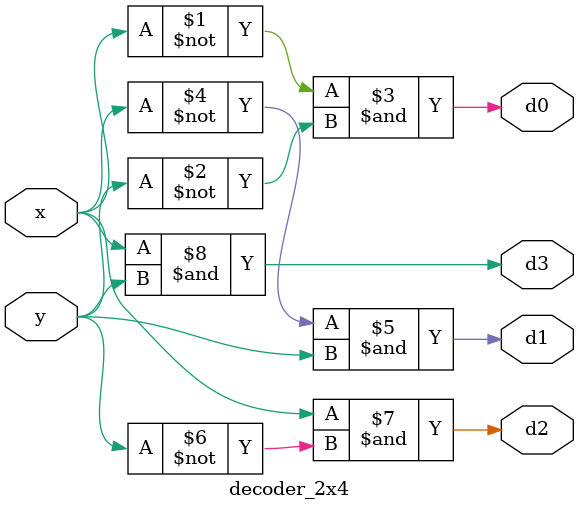
<source format=v>
`timescale 1ns / 1ps


module decoder_2x4(
    input x,y,
    output d0,d1,d2,d3
    );
    assign d0 = ~x&~y;
    assign d1 = ~x&y;
    assign d2 = x&~y;
    assign d3 = x&y;
endmodule

</source>
